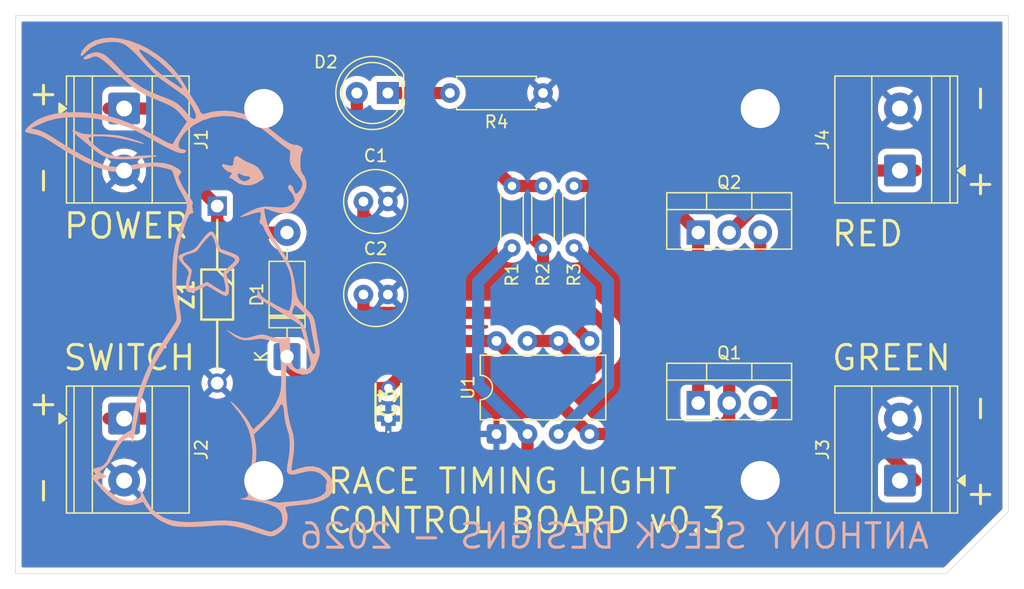
<source format=kicad_pcb>
(kicad_pcb (version 20241229) (generator "pcbnew") (generator_version "9.0")
  (layers (0 "F.Cu" signal) (2 "B.Cu" signal) (13 "F.Paste" user) (15 "B.Paste" user) (5 "F.SilkS" user "F.Silkscreen") (7 "B.SilkS" user "B.Silkscreen") (1 "F.Mask" user) (3 "B.Mask" user) (25 "Edge.Cuts" user))
  (net 0 "")
  (net 1 "Net-(U1-DISCH)")
  (net 2 "GND")
  (net 3 "Net-(U1-CONT)")
  (net 4 "VCC")
  (net 5 "Net-(D1-A)")
  (net 6 "Net-(J2-Pin_1)")
  (net 7 "Net-(J3-Pin_1)")
  (net 8 "Net-(J4-Pin_1)")
  (net 9 "Net-(Q1-G)")
  (net 10 "Net-(U1-OUT)")
  (net 11 "Net-(D2-K)")
  (footprint "Package_TO_SOT_THT:TO-220-3_Vertical" (layer "F.Cu") (at 157.48 82.55)
    (property "Reference" "Q1" (at 2.54 -4.1 0) (layer "F.SilkS"))
    (property "Value" "IRF520N")
    (pad "1" thru_hole rect (at 0 0) (size 1.905 2) (drill 1.1) (layers "*.Cu" "*.Mask") (net 9 "Net-(Q1-G)"))
    (pad "2" thru_hole oval (at 2.54 0) (size 1.905 2) (drill 1.1) (layers "*.Cu" "*.Mask") (net 4 "VCC"))
    (pad "3" thru_hole oval (at 5.08 0) (size 1.905 2) (drill 1.1) (layers "*.Cu" "*.Mask") (net 7 "Net-(J3-Pin_1)"))
  )
  (footprint "SamacSys_Parts:DIOAD1450W86L410D260" (layer "F.Cu") (at 118.11 66.4105 -90)
    (property "Reference" "Z1" (at 7.2495 2.54 270) (layer "F.SilkS") (effects (font (size 1.27 1.27) (thickness 0.254))))
    (property "Value" "BZX85C15-TAP" (hide yes))
    (pad "1" thru_hole rect (at 0 0 270) (size 1.575 1.575) (drill 1.05) (layers "*.Cu" "*.Mask") (net 5 "Net-(D1-A)"))
    (pad "2" thru_hole circle (at 14.5 0 270) (size 1.575 1.575) (drill 1.05) (layers "*.Cu" "*.Mask") (net 2 "GND"))
  )
  (footprint "MountingHole:MountingHole_3.2mm_M3_Pad_TopOnly" (layer "F.Cu") (at 121.92 88.9)
    (property "Reference" "H2" (hide yes))
    (property "Value" "MountingHole_Pad" (hide yes))
    (pad "1" thru_hole circle (at 0 0) (size 3.6 3.6) (drill 3.2) (layers "*.Cu" "*.Mask") (net 2 "GND"))
    (pad "1" connect circle (at 0 0) (size 6.4 6.4) (layers "F.Cu" "F.Mask") (net 2 "GND"))
  )
  (footprint "LED_THT:LED_D5.0mm_Clear" (layer "F.Cu") (at 132.08 57.15 180)
    (property "Reference" "D2" (at 5.08 2.54 0) (layer "F.SilkS"))
    (property "Value" "LED_Small")
    (pad "1" thru_hole rect (at 0 0 180) (size 1.8 1.8) (drill 0.9) (layers "*.Cu" "*.Mask") (net 11 "Net-(D2-K)"))
    (pad "2" thru_hole circle (at 2.54 0 180) (size 1.8 1.8) (drill 0.9) (layers "*.Cu" "*.Mask") (net 4 "VCC"))
  )
  (footprint "Package_DIP:DIP-8_W7.62mm" (layer "F.Cu") (at 140.97 85.085 90)
    (property "Reference" "U1" (at 3.81 -2.33 90) (layer "F.SilkS"))
    (property "Value" "NE555P")
    (pad "1" thru_hole roundrect (at 0 0 90) (size 1.6 1.6) (drill 0.8) (layers "*.Cu" "*.Mask") (roundrect_rratio 0.15625) (net 2 "GND"))
    (pad "2" thru_hole circle (at 0 2.54 90) (size 1.6 1.6) (drill 0.8) (layers "*.Cu" "*.Mask") (net 6 "Net-(J2-Pin_1)"))
    (pad "3" thru_hole circle (at 0 5.08 90) (size 1.6 1.6) (drill 0.8) (layers "*.Cu" "*.Mask") (net 10 "Net-(U1-OUT)"))
    (pad "4" thru_hole circle (at 0 7.62 90) (size 1.6 1.6) (drill 0.8) (layers "*.Cu" "*.Mask") (net 4 "VCC"))
    (pad "5" thru_hole circle (at 7.62 7.62 90) (size 1.6 1.6) (drill 0.8) (layers "*.Cu" "*.Mask") (net 3 "Net-(U1-CONT)"))
    (pad "6" thru_hole circle (at 7.62 5.08 90) (size 1.6 1.6) (drill 0.8) (layers "*.Cu" "*.Mask") (net 1 "Net-(U1-DISCH)"))
    (pad "7" thru_hole circle (at 7.62 2.54 90) (size 1.6 1.6) (drill 0.8) (layers "*.Cu" "*.Mask") (net 1 "Net-(U1-DISCH)"))
    (pad "8" thru_hole circle (at 7.62 0 90) (size 1.6 1.6) (drill 0.8) (layers "*.Cu" "*.Mask") (net 4 "VCC"))
  )
  (footprint "Capacitor_THT:C_Radial_D5.0mm_H11.0mm_P2.00mm" (layer "F.Cu") (at 130.08 66.04)
    (property "Reference" "C1" (at 1 -3.75 0) (layer "F.SilkS"))
    (property "Value" "22uf")
    (pad "1" thru_hole circle (at 0 0) (size 1.6 1.6) (drill 0.8) (layers "*.Cu" "*.Mask") (net 1 "Net-(U1-DISCH)"))
    (pad "2" thru_hole circle (at 2 0) (size 1.6 1.6) (drill 0.8) (layers "*.Cu" "*.Mask") (net 2 "GND"))
  )
  (footprint "Resistor_THT:R_Axial_DIN0204_L3.6mm_D1.6mm_P5.08mm_Horizontal" (layer "F.Cu") (at 144.78 69.845 90)
    (property "Reference" "R2" (at -2.19 0 90) (layer "F.SilkS"))
    (property "Value" "10k")
    (pad "1" thru_hole circle (at 0 0 90) (size 1.4 1.4) (drill 0.7) (layers "*.Cu" "*.Mask") (net 1 "Net-(U1-DISCH)"))
    (pad "2" thru_hole circle (at 5.08 0 90) (size 1.4 1.4) (drill 0.7) (layers "*.Cu" "*.Mask") (net 4 "VCC"))
  )
  (footprint "MountingHole:MountingHole_3.2mm_M3_Pad_TopOnly" (layer "F.Cu") (at 121.92 58.42)
    (property "Reference" "H1" (hide yes))
    (property "Value" "MountingHole_Pad" (hide yes))
    (pad "1" thru_hole circle (at 0 0) (size 3.6 3.6) (drill 3.2) (layers "*.Cu" "*.Mask") (net 2 "GND"))
    (pad "1" connect circle (at 0 0) (size 6.4 6.4) (layers "F.Cu" "F.Mask") (net 2 "GND"))
  )
  (footprint "SamacSys_Parts:K104K15X7RF5UL2" (layer "F.Cu") (at 132.12 83.82 90)
    (property "Reference" "C3" (at 1.25 0 90) (layer "F.SilkS") (effects (font (size 1.27 1.27) (thickness 0.254))))
    (property "Value" "100nf" (hide yes))
    (pad "1" thru_hole rect (at 0 0 90) (size 1.2 1.2) (drill 0.7) (layers "*.Cu" "*.Mask") (net 2 "GND"))
    (pad "2" thru_hole circle (at 2.5 0 90) (size 1.2 1.2) (drill 0.7) (layers "*.Cu" "*.Mask") (net 4 "VCC"))
  )
  (footprint "TerminalBlock_Phoenix:TerminalBlock_Phoenix_MKDS-1,5-2-5.08_1x02_P5.08mm_Horizontal" (layer "F.Cu") (at 173.99 88.9 90)
    (property "Reference" "J3" (at 2.54 -6.32 90) (layer "F.SilkS"))
    (property "Value" "GREEN LIGHT")
    (pad "1" thru_hole roundrect (at 0 0 90) (size 2.6 2.6) (drill 1.3) (layers "*.Cu" "*.Mask") (roundrect_rratio 0.096154) (net 7 "Net-(J3-Pin_1)"))
    (pad "2" thru_hole circle (at 5.08 0 90) (size 2.6 2.6) (drill 1.3) (layers "*.Cu" "*.Mask") (net 2 "GND"))
  )
  (footprint "TerminalBlock_Phoenix:TerminalBlock_Phoenix_MKDS-1,5-2-5.08_1x02_P5.08mm_Horizontal" (layer "F.Cu") (at 173.99 63.5 90)
    (property "Reference" "J4" (at 2.54 -6.32 90) (layer "F.SilkS"))
    (property "Value" "RED LIGHT")
    (pad "1" thru_hole roundrect (at 0 0 90) (size 2.6 2.6) (drill 1.3) (layers "*.Cu" "*.Mask") (roundrect_rratio 0.096154) (net 8 "Net-(J4-Pin_1)"))
    (pad "2" thru_hole circle (at 5.08 0 90) (size 2.6 2.6) (drill 1.3) (layers "*.Cu" "*.Mask") (net 2 "GND"))
  )
  (footprint "Resistor_THT:R_Axial_DIN0207_L6.3mm_D2.5mm_P7.62mm_Horizontal" (layer "F.Cu") (at 144.78 57.15 180)
    (property "Reference" "R4" (at 3.81 -2.37 0) (layer "F.SilkS"))
    (property "Value" "435")
    (pad "1" thru_hole circle (at 0 0 180) (size 1.6 1.6) (drill 0.8) (layers "*.Cu" "*.Mask") (net 2 "GND"))
    (pad "2" thru_hole circle (at 7.62 0 180) (size 1.6 1.6) (drill 0.8) (layers "*.Cu" "*.Mask") (net 11 "Net-(D2-K)"))
  )
  (footprint "MountingHole:MountingHole_3.2mm_M3_Pad_TopOnly" (layer "F.Cu") (at 162.56 58.42)
    (property "Reference" "H4" (hide yes))
    (property "Value" "MountingHole_Pad" (hide yes))
    (pad "1" thru_hole circle (at 0 0) (size 3.6 3.6) (drill 3.2) (layers "*.Cu" "*.Mask") (net 2 "GND"))
    (pad "1" connect circle (at 0 0) (size 6.4 6.4) (layers "F.Cu" "F.Mask") (net 2 "GND"))
  )
  (footprint "Package_TO_SOT_THT:TO-220-3_Vertical" (layer "F.Cu") (at 157.48 68.58)
    (property "Reference" "Q2" (at 2.54 -4.1 0) (layer "F.SilkS"))
    (property "Value" "IRF4905")
    (pad "1" thru_hole rect (at 0 0) (size 1.905 2) (drill 1.1) (layers "*.Cu" "*.Mask") (net 9 "Net-(Q1-G)"))
    (pad "2" thru_hole oval (at 2.54 0) (size 1.905 2) (drill 1.1) (layers "*.Cu" "*.Mask") (net 8 "Net-(J4-Pin_1)"))
    (pad "3" thru_hole oval (at 5.08 0) (size 1.905 2) (drill 1.1) (layers "*.Cu" "*.Mask") (net 4 "VCC"))
  )
  (footprint "TerminalBlock_Phoenix:TerminalBlock_Phoenix_MKDS-1,5-2-5.08_1x02_P5.08mm_Horizontal" (layer "F.Cu") (at 110.49 83.82 -90)
    (property "Reference" "J2" (at 2.54 -6.32 90) (layer "F.SilkS"))
    (property "Value" "ACTIVATION SWITCH")
    (pad "1" thru_hole roundrect (at 0 0 270) (size 2.6 2.6) (drill 1.3) (layers "*.Cu" "*.Mask") (roundrect_rratio 0.096154) (net 6 "Net-(J2-Pin_1)"))
    (pad "2" thru_hole circle (at 5.08 0 270) (size 2.6 2.6) (drill 1.3) (layers "*.Cu" "*.Mask") (net 2 "GND"))
  )
  (footprint "Capacitor_THT:C_Radial_D5.0mm_H11.0mm_P2.00mm" (layer "F.Cu") (at 130.08 73.66)
    (property "Reference" "C2" (at 1 -3.75 0) (layer "F.SilkS"))
    (property "Value" "47uf")
    (pad "1" thru_hole circle (at 0 0) (size 1.6 1.6) (drill 0.8) (layers "*.Cu" "*.Mask") (net 3 "Net-(U1-CONT)"))
    (pad "2" thru_hole circle (at 2 0) (size 1.6 1.6) (drill 0.8) (layers "*.Cu" "*.Mask") (net 2 "GND"))
  )
  (footprint "MountingHole:MountingHole_3.2mm_M3_Pad_TopOnly" (layer "F.Cu") (at 162.56 88.9)
    (property "Reference" "H3" (hide yes))
    (property "Value" "MountingHole_Pad" (hide yes))
    (pad "1" thru_hole circle (at 0 0) (size 3.6 3.6) (drill 3.2) (layers "*.Cu" "*.Mask") (net 2 "GND"))
    (pad "1" connect circle (at 0 0) (size 6.4 6.4) (layers "F.Cu" "F.Mask") (net 2 "GND"))
  )
  (footprint "Resistor_THT:R_Axial_DIN0204_L3.6mm_D1.6mm_P5.08mm_Horizontal" (layer "F.Cu") (at 142.24 69.845 90)
    (property "Reference" "R1" (at -2.19 0 90) (layer "F.SilkS"))
    (property "Value" "10k")
    (pad "1" thru_hole circle (at 0 0 90) (size 1.4 1.4) (drill 0.7) (layers "*.Cu" "*.Mask") (net 6 "Net-(J2-Pin_1)"))
    (pad "2" thru_hole circle (at 5.08 0 90) (size 1.4 1.4) (drill 0.7) (layers "*.Cu" "*.Mask") (net 4 "VCC"))
  )
  (footprint "TerminalBlock_Phoenix:TerminalBlock_Phoenix_MKDS-1,5-2-5.08_1x02_P5.08mm_Horizontal" (layer "F.Cu") (at 110.49 58.42 -90)
    (property "Reference" "J1" (at 2.54 -6.32 90) (layer "F.SilkS"))
    (property "Value" "POWER IN")
    (pad "1" thru_hole roundrect (at 0 0 270) (size 2.6 2.6) (drill 1.3) (layers "*.Cu" "*.Mask") (roundrect_rratio 0.096154) (net 5 "Net-(D1-A)"))
    (pad "2" thru_hole circle (at 5.08 0 270) (size 2.6 2.6) (drill 1.3) (layers "*.Cu" "*.Mask") (net 2 "GND"))
  )
  (footprint "Diode_THT:D_DO-41_SOD81_P10.16mm_Horizontal" (layer "F.Cu") (at 123.825 78.74 90)
    (property "Reference" "D1" (at 5.08 -2.47 90) (layer "F.SilkS"))
    (property "Value" "1N4007")
    (fp_text user "K" (at 0 -2.1 90) (layer "F.SilkS"))
    (pad "1" thru_hole roundrect (at 0 0 90) (size 2.2 2.2) (drill 1.1) (layers "*.Cu" "*.Mask") (roundrect_rratio 0.113636) (net 4 "VCC"))
    (pad "2" thru_hole circle (at 10.16 0 90) (size 2.2 2.2) (drill 1.1) (layers "*.Cu" "*.Mask") (net 5 "Net-(D1-A)"))
  )
  (footprint "Resistor_THT:R_Axial_DIN0204_L3.6mm_D1.6mm_P5.08mm_Horizontal" (layer "F.Cu") (at 147.32 69.845 90)
    (property "Reference" "R3" (at -2.19 0 90) (layer "F.SilkS"))
    (property "Value" "220")
    (pad "1" thru_hole circle (at 0 0 90) (size 1.4 1.4) (drill 0.7) (layers "*.Cu" "*.Mask") (net 10 "Net-(U1-OUT)"))
    (pad "2" thru_hole circle (at 5.08 0 90) (size 1.4 1.4) (drill 0.7) (layers "*.Cu" "*.Mask") (net 9 "Net-(Q1-G)"))
  )
  (footprint "LOGO" (layer "B.Cu") (at 114.935 73.025 180)
    (property "Reference" "G***" (hide yes))
    (property "Value" "LOGO" (hide yes))
  )
  (gr_line (start 101.6 96.52) (end 177.8 96.52) (stroke (width 0.05)) (layer "Edge.Cuts"))
  (gr_line (start 182.88 91.44) (end 182.88 50.8) (stroke (width 0.05)) (layer "Edge.Cuts"))
  (gr_line (start 182.88 50.8) (end 101.6 50.8) (stroke (width 0.05)) (layer "Edge.Cuts"))
  (gr_line (start 182.88 91.44) (end 177.8 96.52) (stroke (width 0.05)) (layer "Edge.Cuts"))
  (gr_line (start 101.6 50.8) (end 101.6 96.52) (stroke (width 0.05)) (layer "Edge.Cuts"))
  (gr_text "+   -" (at 102.87 55.88 270) (layer "F.SilkS") (effects (font (size 2 2) (thickness 0.25)) (justify left bottom)))
  (gr_text "POWER" (at 105.41 69.215 0) (layer "F.SilkS") (effects (font (size 2 2) (thickness 0.25)) (justify left bottom)))
  (gr_text "GREEN" (at 168.275 80.01 0) (layer "F.SilkS") (effects (font (size 2 2) (thickness 0.25)) (justify left bottom)))
  (gr_text "RED" (at 168.275 69.85 0) (layer "F.SilkS") (effects (font (size 2 2) (thickness 0.25)) (justify left bottom)))
  (gr_text "+   -" (at 181.61 66.04 90) (layer "F.SilkS") (effects (font (size 2 2) (thickness 0.25)) (justify left bottom)))
  (gr_text "+   -" (at 181.61 91.44 90) (layer "F.SilkS") (effects (font (size 2 2) (thickness 0.25)) (justify left bottom)))
  (gr_text "+   -" (at 102.87 81.28 270) (layer "F.SilkS") (effects (font (size 2 2) (thickness 0.25)) (justify left bottom)))
  (gr_text "RACE TIMING LIGHT\nCONTROL BOARD v0.3" (at 127 93.345 0) (layer "F.SilkS") (effects (font (size 2 2) (thickness 0.25)) (justify left bottom)))
  (gr_text "SWITCH" (at 105.375 80.01 0) (layer "F.SilkS") (effects (font (size 2 2) (thickness 0.25)) (justify left bottom)))
  (gr_text "ANTHONY SLECK DESIGNS - 2026" (at 176.53 94.615 0) (layer "B.SilkS") (effects (font (size 2 2) (thickness 0.25)) (justify left bottom mirror)))
  (segment (start 150.091 78.509) (end 148.59 80.01) (width 1) (layer "F.Cu") (net 1))
  (segment (start 138.43 67.31) (end 142.245 67.31) (width 1) (layer "F.Cu") (net 1))
  (segment (start 131.48863 68.58) (end 137.16 68.58) (width 1) (layer "F.Cu") (net 1))
  (segment (start 130.08 66.04) (end 130.08 67.17137) (width 1) (layer "F.Cu") (net 1))
  (segment (start 146.05 77.465) (end 143.51 77.465) (width 1) (layer "F.Cu") (net 1))
  (segment (start 150.091 76.431) (end 150.091 78.509) (width 1) (layer "F.Cu") (net 1))
  (segment (start 148.59 80.005) (end 146.05 77.465) (width 1) (layer "F.Cu") (net 1))
  (segment (start 130.08 67.17137) (end 131.48863 68.58) (width 1) (layer "F.Cu") (net 1))
  (segment (start 148.59 80.01) (end 148.59 80.005) (width 1) (layer "F.Cu") (net 1))
  (segment (start 144.78 71.12) (end 150.091 76.431) (width 1) (layer "F.Cu") (net 1))
  (segment (start 144.78 69.845) (end 144.78 71.12) (width 1) (layer "F.Cu") (net 1))
  (segment (start 137.16 68.58) (end 138.43 67.31) (width 1) (layer "F.Cu") (net 1))
  (segment (start 142.245 67.31) (end 144.78 69.845) (width 1) (layer "F.Cu") (net 1))
  (segment (start 130.44963 75.161) (end 146.286 75.161) (width 1) (layer "F.Cu") (net 3))
  (segment (start 130.08 74.79137) (end 130.44963 75.161) (width 1) (layer "F.Cu") (net 3))
  (segment (start 146.286 75.161) (end 148.59 77.465) (width 1) (layer "F.Cu") (net 3))
  (segment (start 130.08 73.66) (end 130.08 74.79137) (width 1) (layer "F.Cu") (net 3))
  (segment (start 160.02 73.66) (end 160.02 82.55) (width 1) (layer "F.Cu") (net 4))
  (segment (start 158.755 85.085) (end 148.59 85.085) (width 1) (layer "F.Cu") (net 4))
  (segment (start 132.12 81.32) (end 125.77 81.32) (width 1) (layer "F.Cu") (net 4))
  (segment (start 134.66 78.78) (end 132.12 81.32) (width 1) (layer "F.Cu") (net 4))
  (segment (start 129.54 57.15) (end 129.54 60.96) (width 1) (layer "F.Cu") (net 4))
  (segment (start 160.02 82.55) (end 160.02 83.82) (width 1) (layer "F.Cu") (net 4))
  (segment (start 148.59 85.085) (end 140.97 77.465) (width 1) (layer "F.Cu") (net 4))
  (segment (start 162.56 71.12) (end 160.02 73.66) (width 1) (layer "F.Cu") (net 4))
  (segment (start 144.78 64.765) (end 142.24 64.765) (width 1) (layer "F.Cu") (net 4))
  (segment (start 127 64.77) (end 127 76.2) (width 1) (layer "F.Cu") (net 4))
  (segment (start 162.56 68.58) (end 162.56 71.12) (width 1) (layer "F.Cu") (net 4))
  (segment (start 128.27 77.47) (end 133.35 77.47) (width 1) (layer "F.Cu") (net 4))
  (segment (start 142.24 64.765) (end 139.705 62.23) (width 1) (layer "F.Cu") (net 4))
  (segment (start 130.81 62.23) (end 129.54 62.23) (width 1) (layer "F.Cu") (net 4))
  (segment (start 127 76.2) (end 128.27 77.47) (width 1) (layer "F.Cu") (net 4))
  (segment (start 139.705 62.23) (end 130.81 62.23) (width 1) (layer "F.Cu") (net 4))
  (segment (start 123.825 79.375) (end 123.825 78.74) (width 1) (layer "F.Cu") (net 4))
  (segment (start 133.35 77.47) (end 134.66 78.78) (width 1) (layer "F.Cu") (net 4))
  (segment (start 160.02 83.82) (end 158.755 85.085) (width 1) (layer "F.Cu") (net 4))
  (segment (start 125.77 81.32) (end 123.825 79.375) (width 1) (layer "F.Cu") (net 4))
  (segment (start 129.54 62.23) (end 127 64.77) (width 1) (layer "F.Cu") (net 4))
  (segment (start 129.54 60.96) (end 130.81 62.23) (width 1) (layer "F.Cu") (net 4))
  (segment (start 135.975 77.465) (end 134.66 78.78) (width 1) (layer "F.Cu") (net 4))
  (segment (start 140.97 77.465) (end 135.975 77.465) (width 1) (layer "F.Cu") (net 4))
  (segment (start 118.11 66.4105) (end 116.84 65.1405) (width 1) (layer "F.Cu") (net 5))
  (segment (start 119.0095 68.58) (end 118.11 67.6805) (width 1) (layer "F.Cu") (net 5))
  (segment (start 123.825 68.58) (end 119.0095 68.58) (width 1) (layer "F.Cu") (net 5))
  (segment (start 118.11 67.6805) (end 118.11 66.4105) (width 1) (layer "F.Cu") (net 5))
  (segment (start 116.84 62.23) (end 113.03 58.42) (width 1) (layer "F.Cu") (net 5))
  (segment (start 113.03 58.42) (end 109.22 58.42) (width 1) (layer "F.Cu") (net 5))
  (segment (start 116.84 65.1405) (end 116.84 62.23) (width 1) (layer "F.Cu") (net 5))
  (segment (start 125.73 83.82) (end 130.81 88.9) (width 1) (layer "F.Cu") (net 6))
  (segment (start 143.51 87.63) (end 143.51 85.085) (width 1) (layer "F.Cu") (net 6))
  (segment (start 109.22 83.82) (end 125.73 83.82) (width 1) (layer "F.Cu") (net 6))
  (segment (start 142.24 88.9) (end 143.51 87.63) (width 1) (layer "F.Cu") (net 6))
  (segment (start 130.81 88.9) (end 142.24 88.9) (width 1) (layer "F.Cu") (net 6))
  (segment (start 142.24 69.845) (end 139.469 72.616) (width 1) (layer "B.Cu") (net 6))
  (segment (start 139.469 81.044) (end 143.51 85.085) (width 1) (layer "B.Cu") (net 6))
  (segment (start 139.469 72.616) (end 139.469 81.044) (width 1) (layer "B.Cu") (net 6))
  (segment (start 168.91 82.55) (end 175.26 88.9) (width 1) (layer "F.Cu") (net 7))
  (segment (start 162.56 82.55) (end 168.91 82.55) (width 1) (layer "F.Cu") (net 7))
  (segment (start 165.1 63.5) (end 175.26 63.5) (width 1) (layer "F.Cu") (net 8))
  (segment (start 160.02 68.58) (end 165.1 63.5) (width 1) (layer "F.Cu") (net 8))
  (segment (start 147.32 64.765) (end 153.665 64.765) (width 1) (layer "F.Cu") (net 9))
  (segment (start 153.665 64.765) (end 157.48 68.58) (width 1) (layer "F.Cu") (net 9))
  (segment (start 157.48 68.58) (end 157.48 82.55) (width 1) (layer "F.Cu") (net 9))
  (segment (start 150.091 72.616) (end 150.091 81.044) (width 1) (layer "B.Cu") (net 10))
  (segment (start 150.091 81.044) (end 146.05 85.085) (width 1) (layer "B.Cu") (net 10))
  (segment (start 147.32 69.845) (end 150.091 72.616) (width 1) (layer "B.Cu") (net 10))
  (segment (start 137.16 57.15) (end 132.08 57.15) (width 1) (layer "F.Cu") (net 11))
  (zone (net 2) (net_name "GND") (layers "F.Cu" "B.Cu") (connect_pads (clearance 0.5)) (min_thickness 0.25) (fill yes (thermal_gap 0.5) (thermal_bridge_width 0.5) (island_removal_mode 2) (island_area_min 2))
    (polygon (pts (xy 100.33 49.53) (xy 184.15 49.53) (xy 184.15 97.79) (xy 100.33 97.79)))
  )
)
</source>
